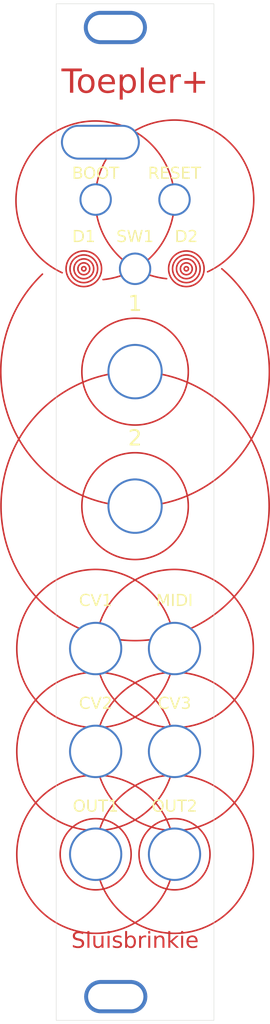
<source format=kicad_pcb>
(kicad_pcb (version 20240108) (generator "pcbnew") (generator_version "8.0")
  (layers (0 "F.Cu" signal) (31 "B.Cu" signal) (34 "B.Paste" user) (35 "F.Paste" user) (36 "B.SilkS" user "B.Silkscreen") (37 "F.SilkS" user "F.Silkscreen") (38 "B.Mask" user) (39 "F.Mask" user) (44 "Edge.Cuts" user))
  (net 0 "")
  (footprint "" (layer "F.Cu") (at 105 103)
    (property "Reference" "" (at 0 0 0) (layer "F.SilkS") (effects (font (size 1.5 1.5))))
    (property "Value" "")
    (pad "" thru_hole circle (at 0 0) (size 6.75 6.75) (drill 6.25) (layers "*.Cu" "*.Mask"))
  )
  (footprint "Library:Nut_3DModel" (layer "F.Cu") (at 115 103)
    (property "Reference" "REF**" (hide yes))
    (property "Value" "Nut_3DModel")
  )
  (footprint "" (layer "F.Cu") (at 115 39)
    (property "Reference" "" (at 0 0 0) (layer "F.SilkS") (effects (font (size 1.5 1.5))))
    (property "Value" "")
    (pad "" np_thru_hole circle (at 0 0) (size 2.7 2.7) (drill 2.7) (layers "*.Cu" "*.Mask"))
  )
  (footprint "MountingHole:MountingHole_3.2mm_M3" (layer "F.Cu") (at 105.6 39)
    (property "Reference" "REF**" (hide yes))
    (property "Value" "MountingHole_3.2mm_M3" (hide yes))
    (pad "" thru_hole oval (at 0 0) (size 10 4.4) (drill oval 9.5 3.9) (layers "*.Cu" "*.Mask"))
  )
  (footprint "" (layer "F.Cu") (at 110 55)
    (property "Reference" "" (at 0 0 0) (layer "F.SilkS") (effects (font (size 1.27 1.27))))
    (property "Value" "")
    (pad "" thru_hole circle (at 0 0) (size 4.1 4.1) (drill 3.6) (layers "*.Cu" "*.Mask"))
  )
  (footprint "Library:Nut_3DModel" (layer "F.Cu") (at 105 116)
    (property "Reference" "REF**" (hide yes))
    (property "Value" "Nut_3DModel")
  )
  (footprint "Library:Nut_3DModel" (layer "F.Cu") (at 115 129)
    (property "Reference" "REF**" (hide yes))
    (property "Value" "Nut_3DModel")
  )
  (footprint "" (layer "F.Cu") (at 107.55 147)
    (property "Reference" "" (at 0 0 0) (layer "F.SilkS") (effects (font (size 1.27 1.27))))
    (property "Value" "")
    (pad "" thru_hole oval (at 0 0) (size 8 4.2) (drill oval 7 3.2) (layers "*.Cu" "*.Mask"))
  )
  (footprint "Library:toepler_frontpcb" (layer "F.Cu") (at 100 135.5)
    (property "Reference" "REF**" (hide yes))
    (property "Value" "toepler_frontpcb")
  )
  (footprint "" (layer "F.Cu") (at 110 85)
    (property "Reference" "" (at 0 0 0) (layer "F.SilkS") (effects (font (size 1.27 1.27))))
    (property "Value" "")
    (pad "" thru_hole circle (at 0 0) (size 7 7) (drill 6.5) (layers "*.Cu" "*.Mask"))
  )
  (footprint "" (layer "F.Cu") (at 115 116)
    (property "Reference" "" (at 0 0 0) (layer "F.SilkS") (effects (font (size 1.5 1.5))))
    (property "Value" "")
    (pad "" thru_hole circle (at 0 0) (size 6.75 6.75) (drill 6.25) (layers "*.Cu" "*.Mask"))
  )
  (footprint "" (layer "F.Cu") (at 105 46.25)
    (property "Reference" "" (at 0 0 0) (layer "F.SilkS") (effects (font (size 1.5 1.5))))
    (property "Value" "")
    (pad "" thru_hole circle (at 0 0) (size 4.1 4.1) (drill 3.6) (layers "*.Cu" "*.Mask"))
  )
  (footprint "" (layer "F.Cu") (at 107.55 147)
    (property "Reference" "" (at 0 0 0) (layer "F.SilkS") (effects (font (size 1.27 1.27))))
    (property "Value" "")
    (pad "" thru_hole oval (at 0 0) (size 8 4.2) (drill oval 7 3.2) (layers "*.Cu" "*.Mask"))
  )
  (footprint "" (layer "F.Cu") (at 105 129)
    (property "Reference" "" (at 0 0 0) (layer "F.SilkS") (effects (font (size 1.5 1.5))))
    (property "Value" "")
    (pad "" thru_hole circle (at 0 0) (size 6.75 6.75) (drill 6.25) (layers "*.Cu" "*.Mask"))
  )
  (footprint "" (layer "F.Cu") (at 107.5 24.5)
    (property "Reference" "" (at 0 0 0) (layer "F.SilkS") (effects (font (size 1.27 1.27))))
    (property "Value" "")
    (pad "" thru_hole oval (at 0 0) (size 8 4.2) (drill oval 7 3.2) (layers "*.Cu" "*.Mask"))
  )
  (footprint "Library:knob_alu" (layer "F.Cu") (at 110 68)
    (property "Reference" "REF**" (hide yes))
    (property "Value" "knob_alu")
  )
  (footprint "" (layer "F.Cu") (at 105 46.25)
    (property "Reference" "" (at 0 0 0) (layer "F.SilkS") (effects (font (size 1.27 1.27))))
    (property "Value" "")
    (pad "" thru_hole circle (at 0 0) (size 4.1 4.1) (drill 3.6) (layers "*.Cu" "*.Mask"))
  )
  (footprint "Library:knob_alu" (layer "F.Cu") (at 110 85)
    (property "Reference" "REF**" (hide yes))
    (property "Value" "knob_alu")
  )
  (footprint "Library:Nut_3DModel" (layer "F.Cu") (at 105 103)
    (property "Reference" "REF**" (hide yes))
    (property "Value" "Nut_3DModel")
  )
  (footprint "" (layer "F.Cu") (at 110 55)
    (property "Reference" "" (at 0 0 0) (layer "F.SilkS") (effects (font (size 1.5 1.5))))
    (property "Value" "")
    (pad "" thru_hole circle (at 0 0) (size 4.1 4.1) (drill 3.6) (layers "*.Cu" "*.Mask"))
  )
  (footprint "" (layer "F.Cu") (at 110 68)
    (property "Reference" "" (at 0 0 0) (layer "F.SilkS") (effects (font (size 1.27 1.27))))
    (property "Value" "")
    (pad "" thru_hole circle (at 0 0) (size 7 7) (drill 6.5) (layers "*.Cu" "*.Mask"))
  )
  (footprint "" (layer "F.Cu") (at 115 39)
    (property "Reference" "" (at 0 0 0) (layer "F.SilkS") (effects (font (size 1.27 1.27))))
    (property "Value" "")
    (pad "" np_thru_hole circle (at 0 0) (size 2.7 2.7) (drill 2.7) (layers "*.Cu" "*.Mask"))
  )
  (footprint "Library:Nut_3DModel" (layer "F.Cu") (at 115 116)
    (property "Reference" "REF**" (hide yes))
    (property "Value" "Nut_3DModel")
  )
  (footprint "MountingHole:MountingHole_3.2mm_M3" (layer "F.Cu") (at 107.55 147)
    (property "Reference" "REF**" (hide yes))
    (property "Value" "MountingHole_3.2mm_M3" (hide yes))
    (pad "" thru_hole oval (at 0 0) (size 8 4.2) (drill oval 7 3.2) (layers "*.Cu" "*.Mask"))
  )
  (footprint "" (layer "F.Cu") (at 110 68)
    (property "Reference" "" (at 0 0 0) (layer "F.SilkS") (effects (font (size 1.5 1.5))))
    (property "Value" "")
    (pad "" thru_hole circle (at 0 0) (size 7 7) (drill 6.5) (layers "*.Cu" "*.Mask"))
  )
  (footprint "MountingHole:MountingHole_3.2mm_M3" (layer "F.Cu") (at 107.5 24.5)
    (property "Reference" "REF**" (hide yes))
    (property "Value" "MountingHole_3.2mm_M3" (hide yes))
    (pad "" thru_hole oval (at 0 0) (size 8 4.2) (drill oval 7 3.2) (layers "*.Cu" "*.Mask"))
  )
  (footprint "" (layer "F.Cu") (at 115 129)
    (property "Reference" "" (at 0 0 0) (layer "F.SilkS") (effects (font (size 1.5 1.5))))
    (property "Value" "")
    (pad "" thru_hole circle (at 0 0) (size 6.75 6.75) (drill 6.25) (layers "*.Cu" "*.Mask"))
  )
  (footprint "" (layer "F.Cu") (at 107.55 147)
    (property "Reference" "" (at 0 0 0) (layer "F.SilkS") (effects (font (size 1.27 1.27))))
    (property "Value" "")
    (pad "" thru_hole oval (at 0 0) (size 8 4.2) (drill oval 7 3.2) (layers "*.Cu" "*.Mask"))
  )
  (footprint "Library:torx_m2.5" (layer "F.Cu") (at 115 39)
    (property "Reference" "REF**" (hide yes))
    (property "Value" "torx_m2.5")
  )
  (footprint "" (layer "F.Cu") (at 115 46.25)
    (property "Reference" "" (at 0 0 0) (layer "F.SilkS") (effects (font (size 1.5 1.5))))
    (property "Value" "")
    (pad "" thru_hole circle (at 0 0) (size 4.1 4.1) (drill 3.6) (layers "*.Cu" "*.Mask"))
  )
  (footprint "" (layer "F.Cu") (at 115 103)
    (property "Reference" "" (at 0 0 0) (layer "F.SilkS") (effects (font (size 1.5 1.5))))
    (property "Value" "")
    (pad "" thru_hole circle (at 0 0) (size 6.75 6.75) (drill 6.25) (layers "*.Cu" "*.Mask"))
  )
  (footprint "Library:Nut_3DModel" (layer "F.Cu") (at 105 129)
    (property "Reference" "REF**" (hide yes))
    (property "Value" "Nut_3DModel")
  )
  (footprint "" (layer "F.Cu") (at 115 46.25)
    (property "Reference" "" (at 0 0 0) (layer "F.SilkS") (effects (font (size 1.27 1.27))))
    (property "Value" "")
    (pad "" thru_hole circle (at 0 0) (size 4.1 4.1) (drill 3.6) (layers "*.Cu" "*.Mask"))
  )
  (footprint "" (layer "F.Cu") (at 105 116)
    (property "Reference" "" (at 0 0 0) (layer "F.SilkS") (effects (font (size 1.5 1.5))))
    (property "Value" "")
    (pad "" thru_hole circle (at 0 0) (size 6.75 6.75) (drill 6.25) (layers "*.Cu" "*.Mask"))
  )
  (footprint "" (layer "F.Cu") (at 110 85)
    (property "Reference" "" (at 0 0 0) (layer "F.SilkS") (effects (font (size 1.5 1.5))))
    (property "Value" "")
    (pad "" thru_hole circle (at 0 0) (size 7 7) (drill 6.5) (layers "*.Cu" "*.Mask"))
  )
  (footprint "Library:toepler_backpcb" (layer "F.Cu") (at 100 135.5)
    (property "Reference" "REF**" (hide yes))
    (property "Value" "toepler_backpcb")
  )
  (gr_circle (center 116.49997 55) (end 118.74997 55) (stroke (width 0.2)) (fill none) (layer "F.Cu"))
  (gr_arc (start 114 56.249999) (mid 113.34421 36.337466) (end 119.195825 55.382089) (stroke (width 0.2)) (layer "F.Cu"))
  (gr_circle (center 105 129) (end 115 129) (stroke (width 0.2)) (fill none) (layer "F.Cu"))
  (gr_circle (center 115 129) (end 119.5 129) (stroke (width 0.2)) (fill none) (layer "F.Cu"))
  (gr_circle (center 115 129) (end 105 129) (stroke (width 0.2)) (fill none) (layer "F.Cu"))
  (gr_circle (center 103.5 55) (end 103.769637 55) (stroke (width 0.2)) (fill none) (layer "F.Cu"))
  (gr_circle (center 103.5 55) (end 104.25003 55.006808) (stroke (width 0.2)) (fill none) (layer "F.Cu"))
  (gr_circle (center 105 103) (end 115 103) (stroke (width 0.2)) (fill none) (layer "F.Cu"))
  (gr_circle (center 103.5 55) (end 105.75 55) (stroke (width 0.2)) (fill none) (layer "F.Cu"))
  (gr_circle (center 116.49997 55) (end 116.769607 55) (stroke (width 0.2)) (fill none) (layer "F.Cu"))
  (gr_circle (center 110 85) (end 110 68) (stroke (width 0.2)) (fill none) (layer "F.Cu"))
  (gr_circle (center 103.5 55) (end 104.75003 55) (stroke (width 0.2)) (fill none) (layer "F.Cu"))
  (gr_circle (center 105 129) (end 109.5 129) (stroke (width 0.2)) (fill none) (layer "F.Cu"))
  (gr_circle (center 116.49997 55) (end 118.25 55) (stroke (width 0.2)) (fill none) (layer "F.Cu"))
  (gr_arc (start 121 55) (mid 110.500216 85.022038) (end 98.255596 55.668376) (stroke (width 0.2)) (layer "F.Cu"))
  (gr_circle (center 110 85) (end 110 78.25) (stroke (width 0.2)) (fill none) (layer "F.Cu"))
  (gr_arc (start 100.75 55.5) (mid 106.601611 36.455376) (end 105.945825 56.36791) (stroke (width 0.2)) (layer "F.Cu"))
  (gr_circle (center 105 116) (end 115 116) (stroke (width 0.2)) (fill none) (layer "F.Cu"))
  (gr_circle (center 116.49997 55) (end 117.25 55.006808) (stroke (width 0.2)) (fill none) (layer "F.Cu"))
  (gr_circle (center 115 103) (end 105 103) (stroke (width 0.2)) (fill none) (layer "F.Cu"))
  (gr_circle (center 115 116) (end 105 116) (stroke (width 0.2)) (fill none) (layer "F.Cu"))
  (gr_circle (center 103.5 55) (end 105.25003 55) (stroke (width 0.2)) (fill none) (layer "F.Cu"))
  (gr_circle (center 116.49997 55) (end 117.75 55) (stroke (width 0.2)) (fill none) (layer "F.Cu"))
  (gr_circle (center 110 68) (end 110 61.25) (stroke (width 0.2)) (fill none) (layer "F.Cu"))
  (gr_rect (start 100 21.5) (end 120 150) (stroke (width 0.05)) (fill none) (layer "Edge.Cuts"))
  (gr_text "Sluisbrinkie\n" (at 110 140 0) (layer "F.Cu") (effects (font (size 2 2))))
  (gr_text "Toepler+\n" (at 110 31.5 0) (layer "F.Cu") (effects (font (size 3 3) (thickness 0.375))))
  (gr_text "RESET" (at 115 43 0) (layer "F.SilkS") (effects (font (size 1.5 1.5))))
  (gr_text "CV1" (at 105 97 0) (layer "F.SilkS") (effects (font (size 1.5 1.5))))
  (gr_text "1" (at 110 59.5 0) (layer "F.SilkS") (effects (font (size 2 2))))
  (gr_text "MIDI" (at 115 97 0) (layer "F.SilkS") (effects (font (size 1.5 1.5))))
  (gr_text "D2" (at 116.5 51 0) (layer "F.SilkS") (effects (font (size 1.5 1.5))))
  (gr_text "SW1" (at 110 51 0) (layer "F.SilkS") (effects (font (size 1.5 1.5))))
  (gr_text "2" (at 110 76.5 0) (layer "F.SilkS") (effects (font (size 2 2))))
  (gr_text "OUT1\n" (at 105 123 0) (layer "F.SilkS") (effects (font (size 1.5 1.5))))
  (gr_text "OUT2" (at 115 123 0) (layer "F.SilkS") (effects (font (size 1.5 1.5))))
  (gr_text "CV2" (at 105 110 0) (layer "F.SilkS") (effects (font (size 1.5 1.5))))
  (gr_text "D1" (at 103.5 51 0) (layer "F.SilkS") (effects (font (size 1.5 1.5))))
  (gr_text "BOOT" (at 105 43 0) (layer "F.SilkS") (effects (font (size 1.5 1.5))))
  (gr_text "CV3" (at 115 110 0) (layer "F.SilkS") (effects (font (size 1.5 1.5))))
)
</source>
